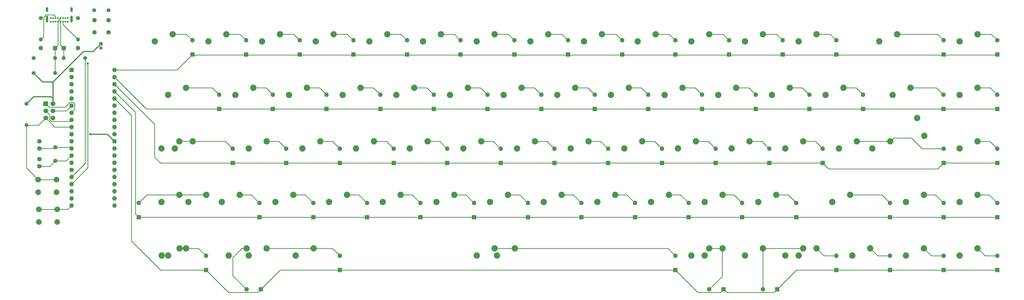
<source format=gbl>
%TF.GenerationSoftware,KiCad,Pcbnew,(5.1.8-0-10_14)*%
%TF.CreationDate,2020-12-18T20:02:30+00:00*%
%TF.ProjectId,Draytronics Jade,44726179-7472-46f6-9e69-6373204a6164,rev?*%
%TF.SameCoordinates,Original*%
%TF.FileFunction,Copper,L2,Bot*%
%TF.FilePolarity,Positive*%
%FSLAX46Y46*%
G04 Gerber Fmt 4.6, Leading zero omitted, Abs format (unit mm)*
G04 Created by KiCad (PCBNEW (5.1.8-0-10_14)) date 2020-12-18 20:02:30*
%MOMM*%
%LPD*%
G01*
G04 APERTURE LIST*
%TA.AperFunction,ComponentPad*%
%ADD10C,2.250000*%
%TD*%
%TA.AperFunction,ComponentPad*%
%ADD11C,1.500000*%
%TD*%
%TA.AperFunction,ComponentPad*%
%ADD12C,0.650000*%
%TD*%
%TA.AperFunction,ComponentPad*%
%ADD13O,0.900000X2.400000*%
%TD*%
%TA.AperFunction,ComponentPad*%
%ADD14O,0.900000X1.700000*%
%TD*%
%TA.AperFunction,ComponentPad*%
%ADD15O,1.600000X1.600000*%
%TD*%
%TA.AperFunction,ComponentPad*%
%ADD16R,1.600000X1.600000*%
%TD*%
%TA.AperFunction,ComponentPad*%
%ADD17C,2.000000*%
%TD*%
%TA.AperFunction,ComponentPad*%
%ADD18O,1.400000X1.400000*%
%TD*%
%TA.AperFunction,ComponentPad*%
%ADD19C,1.400000*%
%TD*%
%TA.AperFunction,ComponentPad*%
%ADD20C,1.700000*%
%TD*%
%TA.AperFunction,ComponentPad*%
%ADD21C,1.600000*%
%TD*%
%TA.AperFunction,ComponentPad*%
%ADD22C,1.200000*%
%TD*%
%TA.AperFunction,ComponentPad*%
%ADD23R,1.200000X1.200000*%
%TD*%
%TA.AperFunction,ViaPad*%
%ADD24C,0.800000*%
%TD*%
%TA.AperFunction,Conductor*%
%ADD25C,0.250000*%
%TD*%
%TA.AperFunction,Conductor*%
%ADD26C,0.381000*%
%TD*%
G04 APERTURE END LIST*
D10*
%TO.P,MX68,2*%
%TO.N,Net-(D62-Pad2)*%
X339344000Y-31115000D03*
%TO.P,MX68,1*%
%TO.N,col13*%
X332994000Y-33655000D03*
%TD*%
%TO.P,MX13,2*%
%TO.N,Net-(D12-Pad2)*%
X108394500Y-107315000D03*
%TO.P,MX13,1*%
%TO.N,col1*%
X102044500Y-109855000D03*
%TD*%
D11*
%TO.P,Y1,2*%
%TO.N,Net-(C1-Pad1)*%
X40513000Y-71320000D03*
%TO.P,Y1,1*%
%TO.N,Net-(C2-Pad1)*%
X40513000Y-76200000D03*
%TD*%
D12*
%TO.P,USB1,A5*%
%TO.N,Net-(R2-Pad2)*%
X43185000Y-26674000D03*
%TO.P,USB1,A1*%
%TO.N,GND*%
X44885000Y-26674000D03*
%TO.P,USB1,A4*%
%TO.N,VCC*%
X44035000Y-26674000D03*
%TO.P,USB1,A6*%
%TO.N,Net-(D1-Pad1)*%
X42335000Y-26674000D03*
%TO.P,USB1,A7*%
%TO.N,Net-(D2-Pad1)*%
X41485000Y-26674000D03*
%TO.P,USB1,A8*%
%TO.N,Net-(USB1-PadA8)*%
X40635000Y-26674000D03*
%TO.P,USB1,A9*%
%TO.N,VCC*%
X39785000Y-26674000D03*
%TO.P,USB1,A12*%
%TO.N,GND*%
X38935000Y-26674000D03*
%TO.P,USB1,B12*%
X44885000Y-25349000D03*
%TO.P,USB1,B9*%
%TO.N,VCC*%
X44030000Y-25349000D03*
%TO.P,USB1,B8*%
%TO.N,Net-(USB1-PadB8)*%
X43180000Y-25349000D03*
%TO.P,USB1,B7*%
%TO.N,Net-(D2-Pad1)*%
X42330000Y-25349000D03*
%TO.P,USB1,B6*%
%TO.N,Net-(D1-Pad1)*%
X41480000Y-25349000D03*
%TO.P,USB1,B5*%
%TO.N,Net-(R3-Pad2)*%
X40630000Y-25349000D03*
%TO.P,USB1,B4*%
%TO.N,VCC*%
X39780000Y-25349000D03*
%TO.P,USB1,B1*%
%TO.N,GND*%
X38930000Y-25349000D03*
D13*
%TO.P,USB1,S1*%
X46235000Y-25694000D03*
X37585000Y-25694000D03*
D14*
X46235000Y-22314000D03*
X37585000Y-22314000D03*
%TD*%
D15*
%TO.P,U1,40*%
%TO.N,row0*%
X61468000Y-43815000D03*
%TO.P,U1,20*%
%TO.N,bload*%
X46228000Y-92075000D03*
%TO.P,U1,39*%
%TO.N,row1*%
X61468000Y-46355000D03*
%TO.P,U1,19*%
%TO.N,Net-(U1-Pad19)*%
X46228000Y-89535000D03*
%TO.P,U1,38*%
%TO.N,row2*%
X61468000Y-48895000D03*
%TO.P,U1,18*%
%TO.N,Net-(U1-Pad18)*%
X46228000Y-86995000D03*
%TO.P,U1,37*%
%TO.N,row3*%
X61468000Y-51435000D03*
%TO.P,U1,17*%
%TO.N,D-*%
X46228000Y-84455000D03*
%TO.P,U1,36*%
%TO.N,row4*%
X61468000Y-53975000D03*
%TO.P,U1,16*%
%TO.N,D+*%
X46228000Y-81915000D03*
%TO.P,U1,35*%
%TO.N,col0*%
X61468000Y-56515000D03*
%TO.P,U1,15*%
%TO.N,Net-(U1-Pad15)*%
X46228000Y-79375000D03*
%TO.P,U1,34*%
%TO.N,col1*%
X61468000Y-59055000D03*
%TO.P,U1,14*%
%TO.N,Net-(U1-Pad14)*%
X46228000Y-76835000D03*
%TO.P,U1,33*%
%TO.N,col2*%
X61468000Y-61595000D03*
%TO.P,U1,13*%
%TO.N,Net-(C2-Pad1)*%
X46228000Y-74295000D03*
%TO.P,U1,32*%
%TO.N,Net-(U1-Pad32)*%
X61468000Y-64135000D03*
%TO.P,U1,12*%
%TO.N,Net-(C1-Pad1)*%
X46228000Y-71755000D03*
%TO.P,U1,31*%
%TO.N,GND*%
X61468000Y-66675000D03*
%TO.P,U1,11*%
X46228000Y-69215000D03*
%TO.P,U1,30*%
%TO.N,+5V*%
X61468000Y-69215000D03*
%TO.P,U1,10*%
X46228000Y-66675000D03*
%TO.P,U1,29*%
%TO.N,col3*%
X61468000Y-71755000D03*
%TO.P,U1,9*%
%TO.N,reset*%
X46228000Y-64135000D03*
%TO.P,U1,28*%
%TO.N,col4*%
X61468000Y-74295000D03*
%TO.P,U1,8*%
%TO.N,sck*%
X46228000Y-61595000D03*
%TO.P,U1,27*%
%TO.N,col5*%
X61468000Y-76835000D03*
%TO.P,U1,7*%
%TO.N,miso*%
X46228000Y-59055000D03*
%TO.P,U1,26*%
%TO.N,col6*%
X61468000Y-79375000D03*
%TO.P,U1,6*%
%TO.N,mosi*%
X46228000Y-56515000D03*
%TO.P,U1,25*%
%TO.N,col7*%
X61468000Y-81915000D03*
%TO.P,U1,5*%
%TO.N,Net-(U1-Pad5)*%
X46228000Y-53975000D03*
%TO.P,U1,24*%
%TO.N,col8*%
X61468000Y-84455000D03*
%TO.P,U1,4*%
%TO.N,col14*%
X46228000Y-51435000D03*
%TO.P,U1,23*%
%TO.N,col9*%
X61468000Y-86995000D03*
%TO.P,U1,3*%
%TO.N,col13*%
X46228000Y-48895000D03*
%TO.P,U1,22*%
%TO.N,col10*%
X61468000Y-89535000D03*
%TO.P,U1,2*%
%TO.N,col12*%
X46228000Y-46355000D03*
%TO.P,U1,21*%
%TO.N,Net-(U1-Pad21)*%
X61468000Y-92075000D03*
D16*
%TO.P,U1,1*%
%TO.N,col11*%
X46228000Y-43815000D03*
%TD*%
D17*
%TO.P,Reset1,1*%
%TO.N,GND*%
X34394000Y-87376000D03*
%TO.P,Reset1,2*%
%TO.N,reset*%
X34394000Y-82876000D03*
%TO.P,Reset1,1*%
%TO.N,GND*%
X40894000Y-87376000D03*
%TO.P,Reset1,2*%
%TO.N,reset*%
X40894000Y-82876000D03*
%TD*%
D18*
%TO.P,R6,2*%
%TO.N,Net-(D2-Pad1)*%
X40386000Y-44958000D03*
D19*
%TO.P,R6,1*%
%TO.N,+5V*%
X32766000Y-44958000D03*
%TD*%
D18*
%TO.P,R5,2*%
%TO.N,Net-(D1-Pad1)*%
X43434000Y-39624000D03*
D19*
%TO.P,R5,1*%
%TO.N,D+*%
X51054000Y-39624000D03*
%TD*%
D18*
%TO.P,R4,2*%
%TO.N,Net-(D2-Pad1)*%
X40386000Y-39624000D03*
D19*
%TO.P,R4,1*%
%TO.N,D-*%
X32766000Y-39624000D03*
%TD*%
%TO.P,R3,1*%
%TO.N,GND*%
X35306000Y-25400000D03*
D18*
%TO.P,R3,2*%
%TO.N,Net-(R3-Pad2)*%
X35306000Y-33020000D03*
%TD*%
%TO.P,R2,2*%
%TO.N,Net-(R2-Pad2)*%
X48514000Y-33020000D03*
D19*
%TO.P,R2,1*%
%TO.N,GND*%
X48514000Y-25400000D03*
%TD*%
D18*
%TO.P,R1,2*%
%TO.N,reset*%
X30226000Y-63500000D03*
D19*
%TO.P,R1,1*%
%TO.N,+5V*%
X30226000Y-55880000D03*
%TD*%
D10*
%TO.P,MX78,1*%
%TO.N,col13*%
X346486500Y-60960000D03*
%TO.P,MX78,2*%
%TO.N,Net-(D63-Pad2)*%
X349026500Y-67310000D03*
%TD*%
%TO.P,MX77,2*%
%TO.N,Net-(D71-Pad2)*%
X367919000Y-107315000D03*
%TO.P,MX77,1*%
%TO.N,col14*%
X361569000Y-109855000D03*
%TD*%
%TO.P,MX76,2*%
%TO.N,Net-(D70-Pad2)*%
X367919000Y-88265000D03*
%TO.P,MX76,1*%
%TO.N,col14*%
X361569000Y-90805000D03*
%TD*%
%TO.P,MX75,2*%
%TO.N,Net-(D69-Pad2)*%
X367919000Y-69215000D03*
%TO.P,MX75,1*%
%TO.N,col14*%
X361569000Y-71755000D03*
%TD*%
%TO.P,MX74,2*%
%TO.N,Net-(D68-Pad2)*%
X367919000Y-50165000D03*
%TO.P,MX74,1*%
%TO.N,col14*%
X361569000Y-52705000D03*
%TD*%
%TO.P,MX73,2*%
%TO.N,Net-(D67-Pad2)*%
X367919000Y-31115000D03*
%TO.P,MX73,1*%
%TO.N,col14*%
X361569000Y-33655000D03*
%TD*%
%TO.P,MX72,2*%
%TO.N,Net-(D66-Pad2)*%
X348869000Y-107315000D03*
%TO.P,MX72,1*%
%TO.N,col13*%
X342519000Y-109855000D03*
%TD*%
%TO.P,MX71,2*%
%TO.N,Net-(D65-Pad2)*%
X348869000Y-88265000D03*
%TO.P,MX71,1*%
%TO.N,col13*%
X342519000Y-90805000D03*
%TD*%
%TO.P,MX70,2*%
%TO.N,Net-(D64-Pad2)*%
X325056500Y-69215000D03*
%TO.P,MX70,1*%
%TO.N,col13*%
X318706500Y-71755000D03*
%TD*%
%TO.P,MX69,2*%
%TO.N,Net-(D63-Pad2)*%
X344106500Y-50165000D03*
%TO.P,MX69,1*%
%TO.N,col13*%
X337756500Y-52705000D03*
%TD*%
%TO.P,MX67,2*%
%TO.N,Net-(D61-Pad2)*%
X329819000Y-107315000D03*
%TO.P,MX67,1*%
%TO.N,col12*%
X323469000Y-109855000D03*
%TD*%
%TO.P,MX66,2*%
%TO.N,Net-(D60-Pad2)*%
X322675300Y-88265000D03*
%TO.P,MX66,1*%
%TO.N,col12*%
X316325300Y-90805000D03*
%TD*%
%TO.P,MX65,2*%
%TO.N,Net-(D64-Pad2)*%
X336964000Y-69215000D03*
%TO.P,MX65,1*%
%TO.N,col13*%
X330614000Y-71755000D03*
%TD*%
%TO.P,MX64,2*%
%TO.N,Net-(D59-Pad2)*%
X320294000Y-50165000D03*
%TO.P,MX64,1*%
%TO.N,col12*%
X313944000Y-52705000D03*
%TD*%
%TO.P,MX63,2*%
%TO.N,Net-(D58-Pad2)*%
X310769000Y-31115000D03*
%TO.P,MX63,1*%
%TO.N,col12*%
X304419000Y-33655000D03*
%TD*%
%TO.P,MX62,2*%
%TO.N,Net-(D57-Pad2)*%
X310769000Y-107315000D03*
%TO.P,MX62,1*%
%TO.N,col11*%
X304419000Y-109855000D03*
%TD*%
%TO.P,MX61,2*%
%TO.N,Net-(D56-Pad2)*%
X296481500Y-88265000D03*
%TO.P,MX61,1*%
%TO.N,col11*%
X290131500Y-90805000D03*
%TD*%
%TO.P,MX60,2*%
%TO.N,Net-(D55-Pad2)*%
X306006500Y-69215000D03*
%TO.P,MX60,1*%
%TO.N,col11*%
X299656500Y-71755000D03*
%TD*%
%TO.P,MX59,2*%
%TO.N,Net-(D54-Pad2)*%
X301244000Y-50165000D03*
%TO.P,MX59,1*%
%TO.N,col11*%
X294894000Y-52705000D03*
%TD*%
%TO.P,MX58,2*%
%TO.N,Net-(D53-Pad2)*%
X291719000Y-31115000D03*
%TO.P,MX58,1*%
%TO.N,col11*%
X285369000Y-33655000D03*
%TD*%
%TO.P,MX57,2*%
%TO.N,Net-(D52-Pad2)*%
X306006500Y-107315000D03*
%TO.P,MX57,1*%
%TO.N,col10*%
X299656500Y-109855000D03*
%TD*%
%TO.P,MX56,2*%
%TO.N,Net-(D52-Pad2)*%
X291719000Y-107315000D03*
%TO.P,MX56,1*%
%TO.N,col10*%
X285369000Y-109855000D03*
%TD*%
%TO.P,MX55,2*%
%TO.N,Net-(D51-Pad2)*%
X277431500Y-88265000D03*
%TO.P,MX55,1*%
%TO.N,col10*%
X271081500Y-90805000D03*
%TD*%
%TO.P,MX54,2*%
%TO.N,Net-(D50-Pad2)*%
X286956500Y-69215000D03*
%TO.P,MX54,1*%
%TO.N,col10*%
X280606500Y-71755000D03*
%TD*%
%TO.P,MX53,2*%
%TO.N,Net-(D49-Pad2)*%
X282194000Y-50165000D03*
%TO.P,MX53,1*%
%TO.N,col10*%
X275844000Y-52705000D03*
%TD*%
%TO.P,MX52,2*%
%TO.N,Net-(D48-Pad2)*%
X272669000Y-31115000D03*
%TO.P,MX52,1*%
%TO.N,col10*%
X266319000Y-33655000D03*
%TD*%
%TO.P,MX51,2*%
%TO.N,Net-(D47-Pad2)*%
X277431500Y-107315000D03*
%TO.P,MX51,1*%
%TO.N,col9*%
X271081500Y-109855000D03*
%TD*%
%TO.P,MX50,2*%
%TO.N,Net-(D47-Pad2)*%
X272669000Y-107315000D03*
%TO.P,MX50,1*%
%TO.N,col9*%
X266319000Y-109855000D03*
%TD*%
%TO.P,MX49,2*%
%TO.N,Net-(D46-Pad2)*%
X258381500Y-88265000D03*
%TO.P,MX49,1*%
%TO.N,col9*%
X252031500Y-90805000D03*
%TD*%
%TO.P,MX48,2*%
%TO.N,Net-(D45-Pad2)*%
X267906500Y-69215000D03*
%TO.P,MX48,1*%
%TO.N,col9*%
X261556500Y-71755000D03*
%TD*%
%TO.P,MX47,2*%
%TO.N,Net-(D44-Pad2)*%
X263144000Y-50165000D03*
%TO.P,MX47,1*%
%TO.N,col9*%
X256794000Y-52705000D03*
%TD*%
%TO.P,MX46,2*%
%TO.N,Net-(D43-Pad2)*%
X253619000Y-31115000D03*
%TO.P,MX46,1*%
%TO.N,col9*%
X247269000Y-33655000D03*
%TD*%
%TO.P,MX45,2*%
%TO.N,Net-(D42-Pad2)*%
X239331500Y-88265000D03*
%TO.P,MX45,1*%
%TO.N,col8*%
X232981500Y-90805000D03*
%TD*%
%TO.P,MX44,2*%
%TO.N,Net-(D41-Pad2)*%
X248856500Y-69215000D03*
%TO.P,MX44,1*%
%TO.N,col8*%
X242506500Y-71755000D03*
%TD*%
%TO.P,MX43,2*%
%TO.N,Net-(D40-Pad2)*%
X244094000Y-50165000D03*
%TO.P,MX43,1*%
%TO.N,col8*%
X237744000Y-52705000D03*
%TD*%
%TO.P,MX42,2*%
%TO.N,Net-(D39-Pad2)*%
X234569000Y-31115000D03*
%TO.P,MX42,1*%
%TO.N,col8*%
X228219000Y-33655000D03*
%TD*%
%TO.P,MX41,2*%
%TO.N,Net-(D38-Pad2)*%
X220281500Y-88265000D03*
%TO.P,MX41,1*%
%TO.N,col7*%
X213931500Y-90805000D03*
%TD*%
%TO.P,MX40,2*%
%TO.N,Net-(D37-Pad2)*%
X229806500Y-69215000D03*
%TO.P,MX40,1*%
%TO.N,col7*%
X223456500Y-71755000D03*
%TD*%
%TO.P,MX39,2*%
%TO.N,Net-(D36-Pad2)*%
X225044000Y-50165000D03*
%TO.P,MX39,1*%
%TO.N,col7*%
X218694000Y-52705000D03*
%TD*%
%TO.P,MX38,2*%
%TO.N,Net-(D35-Pad2)*%
X215519000Y-31115000D03*
%TO.P,MX38,1*%
%TO.N,col7*%
X209169000Y-33655000D03*
%TD*%
%TO.P,MX37,2*%
%TO.N,Net-(D34-Pad2)*%
X201231500Y-88265000D03*
%TO.P,MX37,1*%
%TO.N,col6*%
X194881500Y-90805000D03*
%TD*%
%TO.P,MX36,2*%
%TO.N,Net-(D33-Pad2)*%
X210756500Y-69215000D03*
%TO.P,MX36,1*%
%TO.N,col6*%
X204406500Y-71755000D03*
%TD*%
%TO.P,MX35,2*%
%TO.N,Net-(D32-Pad2)*%
X205994000Y-50165000D03*
%TO.P,MX35,1*%
%TO.N,col6*%
X199644000Y-52705000D03*
%TD*%
%TO.P,MX34,2*%
%TO.N,Net-(D31-Pad2)*%
X196469000Y-31115000D03*
%TO.P,MX34,1*%
%TO.N,col6*%
X190119000Y-33655000D03*
%TD*%
%TO.P,MX33,2*%
%TO.N,Net-(D30-Pad2)*%
X196469000Y-107315000D03*
%TO.P,MX33,1*%
%TO.N,col5*%
X190119000Y-109855000D03*
%TD*%
%TO.P,MX32,2*%
%TO.N,Net-(D30-Pad2)*%
X203644500Y-107315000D03*
%TO.P,MX32,1*%
%TO.N,col5*%
X197294500Y-109855000D03*
%TD*%
%TO.P,MX31,2*%
%TO.N,Net-(D29-Pad2)*%
X182181500Y-88265000D03*
%TO.P,MX31,1*%
%TO.N,col5*%
X175831500Y-90805000D03*
%TD*%
%TO.P,MX30,2*%
%TO.N,Net-(D28-Pad2)*%
X191706500Y-69215000D03*
%TO.P,MX30,1*%
%TO.N,col5*%
X185356500Y-71755000D03*
%TD*%
%TO.P,MX29,2*%
%TO.N,Net-(D27-Pad2)*%
X186944000Y-50165000D03*
%TO.P,MX29,1*%
%TO.N,col5*%
X180594000Y-52705000D03*
%TD*%
%TO.P,MX28,2*%
%TO.N,Net-(D26-Pad2)*%
X177419000Y-31115000D03*
%TO.P,MX28,1*%
%TO.N,col5*%
X171069000Y-33655000D03*
%TD*%
%TO.P,MX27,2*%
%TO.N,Net-(D25-Pad2)*%
X163131500Y-88265000D03*
%TO.P,MX27,1*%
%TO.N,col4*%
X156781500Y-90805000D03*
%TD*%
%TO.P,MX26,2*%
%TO.N,Net-(D24-Pad2)*%
X172656500Y-69215000D03*
%TO.P,MX26,1*%
%TO.N,col4*%
X166306500Y-71755000D03*
%TD*%
%TO.P,MX25,2*%
%TO.N,Net-(D23-Pad2)*%
X167894000Y-50165000D03*
%TO.P,MX25,1*%
%TO.N,col4*%
X161544000Y-52705000D03*
%TD*%
%TO.P,MX24,2*%
%TO.N,Net-(D22-Pad2)*%
X158369000Y-31115000D03*
%TO.P,MX24,1*%
%TO.N,col4*%
X152019000Y-33655000D03*
%TD*%
%TO.P,MX23,2*%
%TO.N,Net-(D21-Pad2)*%
X144081500Y-88265000D03*
%TO.P,MX23,1*%
%TO.N,col3*%
X137731500Y-90805000D03*
%TD*%
%TO.P,MX22,2*%
%TO.N,Net-(D20-Pad2)*%
X153606500Y-69215000D03*
%TO.P,MX22,1*%
%TO.N,col3*%
X147256500Y-71755000D03*
%TD*%
%TO.P,MX21,2*%
%TO.N,Net-(D19-Pad2)*%
X148844000Y-50165000D03*
%TO.P,MX21,1*%
%TO.N,col3*%
X142494000Y-52705000D03*
%TD*%
%TO.P,MX20,2*%
%TO.N,Net-(D18-Pad2)*%
X139319000Y-31115000D03*
%TO.P,MX20,1*%
%TO.N,col3*%
X132969000Y-33655000D03*
%TD*%
%TO.P,MX19,2*%
%TO.N,Net-(D17-Pad2)*%
X115506500Y-107315000D03*
%TO.P,MX19,1*%
%TO.N,col2*%
X109156500Y-109855000D03*
%TD*%
%TO.P,MX18,2*%
%TO.N,Net-(D17-Pad2)*%
X132207000Y-107315000D03*
%TO.P,MX18,1*%
%TO.N,col2*%
X125857000Y-109855000D03*
%TD*%
%TO.P,MX17,2*%
%TO.N,Net-(D16-Pad2)*%
X125031500Y-88265000D03*
%TO.P,MX17,1*%
%TO.N,col2*%
X118681500Y-90805000D03*
%TD*%
%TO.P,MX16,2*%
%TO.N,Net-(D15-Pad2)*%
X134556500Y-69215000D03*
%TO.P,MX16,1*%
%TO.N,col2*%
X128206500Y-71755000D03*
%TD*%
%TO.P,MX15,2*%
%TO.N,Net-(D14-Pad2)*%
X129794000Y-50165000D03*
%TO.P,MX15,1*%
%TO.N,col2*%
X123444000Y-52705000D03*
%TD*%
%TO.P,MX14,2*%
%TO.N,Net-(D13-Pad2)*%
X120269000Y-31115000D03*
%TO.P,MX14,1*%
%TO.N,col2*%
X113919000Y-33655000D03*
%TD*%
%TO.P,MX12,2*%
%TO.N,Net-(D11-Pad2)*%
X105981500Y-88265000D03*
%TO.P,MX12,1*%
%TO.N,col1*%
X99631500Y-90805000D03*
%TD*%
%TO.P,MX11,2*%
%TO.N,Net-(D10-Pad2)*%
X115506500Y-69215000D03*
%TO.P,MX11,1*%
%TO.N,col1*%
X109156500Y-71755000D03*
%TD*%
%TO.P,MX10,2*%
%TO.N,Net-(D9-Pad2)*%
X110744000Y-50165000D03*
%TO.P,MX10,1*%
%TO.N,col1*%
X104394000Y-52705000D03*
%TD*%
%TO.P,MX9,2*%
%TO.N,Net-(D8-Pad2)*%
X101219000Y-31115000D03*
%TO.P,MX9,1*%
%TO.N,col1*%
X94869000Y-33655000D03*
%TD*%
%TO.P,MX8,2*%
%TO.N,Net-(D7-Pad2)*%
X86931500Y-107315000D03*
%TO.P,MX8,1*%
%TO.N,col0*%
X80581500Y-109855000D03*
%TD*%
%TO.P,MX7,2*%
%TO.N,Net-(D7-Pad2)*%
X84582000Y-107315000D03*
%TO.P,MX7,1*%
%TO.N,col0*%
X78232000Y-109855000D03*
%TD*%
%TO.P,MX6,2*%
%TO.N,Net-(D6-Pad2)*%
X94075300Y-88265000D03*
%TO.P,MX6,1*%
%TO.N,col0*%
X87725300Y-90805000D03*
%TD*%
%TO.P,MX5,2*%
%TO.N,Net-(D5-Pad2)*%
X89313800Y-69215000D03*
%TO.P,MX5,1*%
%TO.N,col0*%
X82963800Y-71755000D03*
%TD*%
%TO.P,MX4,2*%
%TO.N,Net-(D4-Pad2)*%
X86931500Y-50165000D03*
%TO.P,MX4,1*%
%TO.N,col0*%
X80581500Y-52705000D03*
%TD*%
%TO.P,MX3,2*%
%TO.N,Net-(D3-Pad2)*%
X82169000Y-31115000D03*
%TO.P,MX3,1*%
%TO.N,col0*%
X75819000Y-33655000D03*
%TD*%
%TO.P,MX2,2*%
%TO.N,Net-(D6-Pad2)*%
X84550300Y-88265000D03*
%TO.P,MX2,1*%
%TO.N,col0*%
X78200300Y-90805000D03*
%TD*%
%TO.P,MX1,2*%
%TO.N,Net-(D5-Pad2)*%
X84551000Y-69215000D03*
%TO.P,MX1,1*%
%TO.N,col0*%
X78201000Y-71755000D03*
%TD*%
D20*
%TO.P,J1-ISP1,6*%
%TO.N,GND*%
X39624000Y-60960000D03*
%TO.P,J1-ISP1,4*%
%TO.N,mosi*%
X39624000Y-58420000D03*
%TO.P,J1-ISP1,2*%
%TO.N,+5V*%
X39624000Y-55880000D03*
%TO.P,J1-ISP1,5*%
%TO.N,reset*%
X37084000Y-60960000D03*
%TO.P,J1-ISP1,3*%
%TO.N,sck*%
X37084000Y-58420000D03*
%TO.P,J1-ISP1,1*%
%TO.N,miso*%
%TA.AperFunction,ComponentPad*%
G36*
G01*
X36234000Y-56480000D02*
X36234000Y-55280000D01*
G75*
G02*
X36484000Y-55030000I250000J0D01*
G01*
X37684000Y-55030000D01*
G75*
G02*
X37934000Y-55280000I0J-250000D01*
G01*
X37934000Y-56480000D01*
G75*
G02*
X37684000Y-56730000I-250000J0D01*
G01*
X36484000Y-56730000D01*
G75*
G02*
X36234000Y-56480000I0J250000D01*
G01*
G37*
%TD.AperFunction*%
%TD*%
D19*
%TO.P,F1,1*%
%TO.N,+5V*%
X59382500Y-22606000D03*
%TO.P,F1,2*%
%TO.N,VCC*%
X54282500Y-22606000D03*
%TD*%
D15*
%TO.P,D71,2*%
%TO.N,Net-(D71-Pad2)*%
X374967500Y-109982000D03*
D16*
%TO.P,D71,1*%
%TO.N,row4*%
X374967500Y-115062000D03*
%TD*%
D15*
%TO.P,D70,2*%
%TO.N,Net-(D70-Pad2)*%
X374904000Y-91186000D03*
D16*
%TO.P,D70,1*%
%TO.N,row3*%
X374904000Y-96266000D03*
%TD*%
D15*
%TO.P,D69,2*%
%TO.N,Net-(D69-Pad2)*%
X374967500Y-71882000D03*
D16*
%TO.P,D69,1*%
%TO.N,row2*%
X374967500Y-76962000D03*
%TD*%
D15*
%TO.P,D68,2*%
%TO.N,Net-(D68-Pad2)*%
X374904000Y-52641500D03*
D16*
%TO.P,D68,1*%
%TO.N,row1*%
X374904000Y-57721500D03*
%TD*%
D15*
%TO.P,D67,2*%
%TO.N,Net-(D67-Pad2)*%
X374904000Y-33274000D03*
D16*
%TO.P,D67,1*%
%TO.N,row0*%
X374904000Y-38354000D03*
%TD*%
D15*
%TO.P,D66,2*%
%TO.N,Net-(D66-Pad2)*%
X355917500Y-109982000D03*
D16*
%TO.P,D66,1*%
%TO.N,row4*%
X355917500Y-115062000D03*
%TD*%
D15*
%TO.P,D65,2*%
%TO.N,Net-(D65-Pad2)*%
X355854000Y-91186000D03*
D16*
%TO.P,D65,1*%
%TO.N,row3*%
X355854000Y-96266000D03*
%TD*%
D15*
%TO.P,D64,2*%
%TO.N,Net-(D64-Pad2)*%
X355854000Y-71882000D03*
D16*
%TO.P,D64,1*%
%TO.N,row2*%
X355854000Y-76962000D03*
%TD*%
D15*
%TO.P,D63,2*%
%TO.N,Net-(D63-Pad2)*%
X355790500Y-52641500D03*
D16*
%TO.P,D63,1*%
%TO.N,row1*%
X355790500Y-57721500D03*
%TD*%
D15*
%TO.P,D62,2*%
%TO.N,Net-(D62-Pad2)*%
X355854000Y-33274000D03*
D16*
%TO.P,D62,1*%
%TO.N,row0*%
X355854000Y-38354000D03*
%TD*%
D15*
%TO.P,D61,2*%
%TO.N,Net-(D61-Pad2)*%
X336804000Y-109982000D03*
D16*
%TO.P,D61,1*%
%TO.N,row4*%
X336804000Y-115062000D03*
%TD*%
D15*
%TO.P,D60,2*%
%TO.N,Net-(D60-Pad2)*%
X336867500Y-91186000D03*
D16*
%TO.P,D60,1*%
%TO.N,row3*%
X336867500Y-96266000D03*
%TD*%
D15*
%TO.P,D59,2*%
%TO.N,Net-(D59-Pad2)*%
X327279000Y-52641500D03*
D16*
%TO.P,D59,1*%
%TO.N,row1*%
X327279000Y-57721500D03*
%TD*%
D15*
%TO.P,D58,2*%
%TO.N,Net-(D58-Pad2)*%
X317754000Y-33274000D03*
D16*
%TO.P,D58,1*%
%TO.N,row0*%
X317754000Y-38354000D03*
%TD*%
D15*
%TO.P,D57,2*%
%TO.N,Net-(D57-Pad2)*%
X317754000Y-109982000D03*
D16*
%TO.P,D57,1*%
%TO.N,row4*%
X317754000Y-115062000D03*
%TD*%
D15*
%TO.P,D56,2*%
%TO.N,Net-(D56-Pad2)*%
X303593500Y-91186000D03*
D16*
%TO.P,D56,1*%
%TO.N,row3*%
X303593500Y-96266000D03*
%TD*%
D15*
%TO.P,D55,2*%
%TO.N,Net-(D55-Pad2)*%
X312991500Y-71882000D03*
D16*
%TO.P,D55,1*%
%TO.N,row2*%
X312991500Y-76962000D03*
%TD*%
D15*
%TO.P,D54,2*%
%TO.N,Net-(D54-Pad2)*%
X308229000Y-52641500D03*
D16*
%TO.P,D54,1*%
%TO.N,row1*%
X308229000Y-57721500D03*
%TD*%
D15*
%TO.P,D53,2*%
%TO.N,Net-(D53-Pad2)*%
X298704000Y-33274000D03*
D16*
%TO.P,D53,1*%
%TO.N,row0*%
X298704000Y-38354000D03*
%TD*%
D15*
%TO.P,D52,2*%
%TO.N,Net-(D52-Pad2)*%
X291719000Y-121920000D03*
D16*
%TO.P,D52,1*%
%TO.N,row4*%
X296799000Y-121920000D03*
%TD*%
D15*
%TO.P,D51,2*%
%TO.N,Net-(D51-Pad2)*%
X284353000Y-91186000D03*
D16*
%TO.P,D51,1*%
%TO.N,row3*%
X284353000Y-96266000D03*
%TD*%
D15*
%TO.P,D50,2*%
%TO.N,Net-(D50-Pad2)*%
X294005000Y-71882000D03*
D16*
%TO.P,D50,1*%
%TO.N,row2*%
X294005000Y-76962000D03*
%TD*%
D15*
%TO.P,D49,2*%
%TO.N,Net-(D49-Pad2)*%
X289179000Y-52641500D03*
D16*
%TO.P,D49,1*%
%TO.N,row1*%
X289179000Y-57721500D03*
%TD*%
D15*
%TO.P,D48,2*%
%TO.N,Net-(D48-Pad2)*%
X279654000Y-33274000D03*
D16*
%TO.P,D48,1*%
%TO.N,row0*%
X279654000Y-38354000D03*
%TD*%
D15*
%TO.P,D47,2*%
%TO.N,Net-(D47-Pad2)*%
X272669000Y-121920000D03*
D16*
%TO.P,D47,1*%
%TO.N,row4*%
X277749000Y-121920000D03*
%TD*%
D15*
%TO.P,D46,2*%
%TO.N,Net-(D46-Pad2)*%
X265366500Y-91186000D03*
D16*
%TO.P,D46,1*%
%TO.N,row3*%
X265366500Y-96266000D03*
%TD*%
D15*
%TO.P,D45,2*%
%TO.N,Net-(D45-Pad2)*%
X274955000Y-71882000D03*
D16*
%TO.P,D45,1*%
%TO.N,row2*%
X274955000Y-76962000D03*
%TD*%
D15*
%TO.P,D44,2*%
%TO.N,Net-(D44-Pad2)*%
X270129000Y-52641500D03*
D16*
%TO.P,D44,1*%
%TO.N,row1*%
X270129000Y-57721500D03*
%TD*%
D15*
%TO.P,D43,2*%
%TO.N,Net-(D43-Pad2)*%
X260604000Y-33274000D03*
D16*
%TO.P,D43,1*%
%TO.N,row0*%
X260604000Y-38354000D03*
%TD*%
D15*
%TO.P,D42,2*%
%TO.N,Net-(D42-Pad2)*%
X246316500Y-91186000D03*
D16*
%TO.P,D42,1*%
%TO.N,row3*%
X246316500Y-96266000D03*
%TD*%
D15*
%TO.P,D41,2*%
%TO.N,Net-(D41-Pad2)*%
X255905000Y-71882000D03*
D16*
%TO.P,D41,1*%
%TO.N,row2*%
X255905000Y-76962000D03*
%TD*%
D15*
%TO.P,D40,2*%
%TO.N,Net-(D40-Pad2)*%
X251015500Y-52641500D03*
D16*
%TO.P,D40,1*%
%TO.N,row1*%
X251015500Y-57721500D03*
%TD*%
D15*
%TO.P,D39,2*%
%TO.N,Net-(D39-Pad2)*%
X241744500Y-33274000D03*
D16*
%TO.P,D39,1*%
%TO.N,row0*%
X241744500Y-38354000D03*
%TD*%
D15*
%TO.P,D38,2*%
%TO.N,Net-(D38-Pad2)*%
X227266500Y-91186000D03*
D16*
%TO.P,D38,1*%
%TO.N,row3*%
X227266500Y-96266000D03*
%TD*%
D15*
%TO.P,D37,2*%
%TO.N,Net-(D37-Pad2)*%
X236728000Y-71882000D03*
D16*
%TO.P,D37,1*%
%TO.N,row2*%
X236728000Y-76962000D03*
%TD*%
D15*
%TO.P,D36,2*%
%TO.N,Net-(D36-Pad2)*%
X232029000Y-52641500D03*
D16*
%TO.P,D36,1*%
%TO.N,row1*%
X232029000Y-57721500D03*
%TD*%
D15*
%TO.P,D35,2*%
%TO.N,Net-(D35-Pad2)*%
X222504000Y-33274000D03*
D16*
%TO.P,D35,1*%
%TO.N,row0*%
X222504000Y-38354000D03*
%TD*%
D15*
%TO.P,D34,2*%
%TO.N,Net-(D34-Pad2)*%
X208280000Y-91186000D03*
D16*
%TO.P,D34,1*%
%TO.N,row3*%
X208280000Y-96266000D03*
%TD*%
D15*
%TO.P,D33,2*%
%TO.N,Net-(D33-Pad2)*%
X217741500Y-71882000D03*
D16*
%TO.P,D33,1*%
%TO.N,row2*%
X217741500Y-76962000D03*
%TD*%
D15*
%TO.P,D32,2*%
%TO.N,Net-(D32-Pad2)*%
X213042500Y-52641500D03*
D16*
%TO.P,D32,1*%
%TO.N,row1*%
X213042500Y-57721500D03*
%TD*%
D15*
%TO.P,D31,2*%
%TO.N,Net-(D31-Pad2)*%
X203454000Y-33274000D03*
D16*
%TO.P,D31,1*%
%TO.N,row0*%
X203454000Y-38354000D03*
%TD*%
D15*
%TO.P,D30,2*%
%TO.N,Net-(D30-Pad2)*%
X260604000Y-109982000D03*
D16*
%TO.P,D30,1*%
%TO.N,row4*%
X260604000Y-115062000D03*
%TD*%
D15*
%TO.P,D29,2*%
%TO.N,Net-(D29-Pad2)*%
X189166500Y-91186000D03*
D16*
%TO.P,D29,1*%
%TO.N,row3*%
X189166500Y-96266000D03*
%TD*%
D15*
%TO.P,D28,2*%
%TO.N,Net-(D28-Pad2)*%
X198628000Y-71882000D03*
D16*
%TO.P,D28,1*%
%TO.N,row2*%
X198628000Y-76962000D03*
%TD*%
D15*
%TO.P,D27,2*%
%TO.N,Net-(D27-Pad2)*%
X193929000Y-52641500D03*
D16*
%TO.P,D27,1*%
%TO.N,row1*%
X193929000Y-57721500D03*
%TD*%
D15*
%TO.P,D26,2*%
%TO.N,Net-(D26-Pad2)*%
X184340500Y-33274000D03*
D16*
%TO.P,D26,1*%
%TO.N,row0*%
X184340500Y-38354000D03*
%TD*%
D15*
%TO.P,D25,2*%
%TO.N,Net-(D25-Pad2)*%
X170116500Y-91186000D03*
D16*
%TO.P,D25,1*%
%TO.N,row3*%
X170116500Y-96266000D03*
%TD*%
D15*
%TO.P,D24,2*%
%TO.N,Net-(D24-Pad2)*%
X179578000Y-71882000D03*
D16*
%TO.P,D24,1*%
%TO.N,row2*%
X179578000Y-76962000D03*
%TD*%
D15*
%TO.P,D23,2*%
%TO.N,Net-(D23-Pad2)*%
X174879000Y-52641500D03*
D16*
%TO.P,D23,1*%
%TO.N,row1*%
X174879000Y-57721500D03*
%TD*%
D15*
%TO.P,D22,2*%
%TO.N,Net-(D22-Pad2)*%
X165354000Y-33274000D03*
D16*
%TO.P,D22,1*%
%TO.N,row0*%
X165354000Y-38354000D03*
%TD*%
D15*
%TO.P,D21,2*%
%TO.N,Net-(D21-Pad2)*%
X151130000Y-91186000D03*
D16*
%TO.P,D21,1*%
%TO.N,row3*%
X151130000Y-96266000D03*
%TD*%
D15*
%TO.P,D20,2*%
%TO.N,Net-(D20-Pad2)*%
X160655000Y-71882000D03*
D16*
%TO.P,D20,1*%
%TO.N,row2*%
X160655000Y-76962000D03*
%TD*%
D15*
%TO.P,D19,2*%
%TO.N,Net-(D19-Pad2)*%
X155892500Y-52641500D03*
D16*
%TO.P,D19,1*%
%TO.N,row1*%
X155892500Y-57721500D03*
%TD*%
D15*
%TO.P,D18,2*%
%TO.N,Net-(D18-Pad2)*%
X146304000Y-33274000D03*
D16*
%TO.P,D18,1*%
%TO.N,row0*%
X146304000Y-38354000D03*
%TD*%
D15*
%TO.P,D17,2*%
%TO.N,Net-(D17-Pad2)*%
X141541500Y-109982000D03*
D16*
%TO.P,D17,1*%
%TO.N,row4*%
X141541500Y-115062000D03*
%TD*%
D15*
%TO.P,D16,2*%
%TO.N,Net-(D16-Pad2)*%
X132080000Y-91186000D03*
D16*
%TO.P,D16,1*%
%TO.N,row3*%
X132080000Y-96266000D03*
%TD*%
D15*
%TO.P,D15,2*%
%TO.N,Net-(D15-Pad2)*%
X141541500Y-71882000D03*
D16*
%TO.P,D15,1*%
%TO.N,row2*%
X141541500Y-76962000D03*
%TD*%
D15*
%TO.P,D14,2*%
%TO.N,Net-(D14-Pad2)*%
X136779000Y-52641500D03*
D16*
%TO.P,D14,1*%
%TO.N,row1*%
X136779000Y-57721500D03*
%TD*%
D15*
%TO.P,D13,2*%
%TO.N,Net-(D13-Pad2)*%
X127317500Y-33274000D03*
D16*
%TO.P,D13,1*%
%TO.N,row0*%
X127317500Y-38354000D03*
%TD*%
D15*
%TO.P,D12,2*%
%TO.N,Net-(D12-Pad2)*%
X108394500Y-121920000D03*
D16*
%TO.P,D12,1*%
%TO.N,row4*%
X113474500Y-121920000D03*
%TD*%
D15*
%TO.P,D11,2*%
%TO.N,Net-(D11-Pad2)*%
X112966500Y-91186000D03*
D16*
%TO.P,D11,1*%
%TO.N,row3*%
X112966500Y-96266000D03*
%TD*%
D15*
%TO.P,D10,2*%
%TO.N,Net-(D10-Pad2)*%
X122491500Y-71882000D03*
D16*
%TO.P,D10,1*%
%TO.N,row2*%
X122491500Y-76962000D03*
%TD*%
D15*
%TO.P,D9,2*%
%TO.N,Net-(D9-Pad2)*%
X117729000Y-52641500D03*
D16*
%TO.P,D9,1*%
%TO.N,row1*%
X117729000Y-57721500D03*
%TD*%
D15*
%TO.P,D8,2*%
%TO.N,Net-(D8-Pad2)*%
X108204000Y-33274000D03*
D16*
%TO.P,D8,1*%
%TO.N,row0*%
X108204000Y-38354000D03*
%TD*%
D15*
%TO.P,D7,2*%
%TO.N,Net-(D7-Pad2)*%
X93980000Y-109982000D03*
D16*
%TO.P,D7,1*%
%TO.N,row4*%
X93980000Y-115062000D03*
%TD*%
D15*
%TO.P,D6,2*%
%TO.N,Net-(D6-Pad2)*%
X70104000Y-91186000D03*
D16*
%TO.P,D6,1*%
%TO.N,row3*%
X70104000Y-96266000D03*
%TD*%
D15*
%TO.P,D5,2*%
%TO.N,Net-(D5-Pad2)*%
X103505000Y-71882000D03*
D16*
%TO.P,D5,1*%
%TO.N,row2*%
X103505000Y-76962000D03*
%TD*%
D15*
%TO.P,D4,2*%
%TO.N,Net-(D4-Pad2)*%
X98679000Y-52641500D03*
D16*
%TO.P,D4,1*%
%TO.N,row1*%
X98679000Y-57721500D03*
%TD*%
D15*
%TO.P,D3,2*%
%TO.N,Net-(D3-Pad2)*%
X89154000Y-33274000D03*
D16*
%TO.P,D3,1*%
%TO.N,row0*%
X89154000Y-38354000D03*
%TD*%
D15*
%TO.P,D2,2*%
%TO.N,GND*%
X35306000Y-36068000D03*
D16*
%TO.P,D2,1*%
%TO.N,Net-(D2-Pad1)*%
X40386000Y-36068000D03*
%TD*%
D15*
%TO.P,D1,2*%
%TO.N,GND*%
X48514000Y-36068000D03*
D16*
%TO.P,D1,1*%
%TO.N,Net-(D1-Pad1)*%
X43434000Y-36068000D03*
%TD*%
D21*
%TO.P,C5,2*%
%TO.N,GND*%
X59356000Y-26162000D03*
%TO.P,C5,1*%
%TO.N,+5V*%
X54356000Y-26162000D03*
%TD*%
%TO.P,C4,2*%
%TO.N,GND*%
X59356000Y-30480000D03*
%TO.P,C4,1*%
%TO.N,+5V*%
X54356000Y-30480000D03*
%TD*%
D22*
%TO.P,C3,2*%
%TO.N,GND*%
X56642000Y-36044000D03*
D23*
%TO.P,C3,1*%
%TO.N,+5V*%
X56642000Y-34544000D03*
%TD*%
D21*
%TO.P,C2,2*%
%TO.N,GND*%
X34798000Y-75605000D03*
%TO.P,C2,1*%
%TO.N,Net-(C2-Pad1)*%
X34798000Y-78105000D03*
%TD*%
%TO.P,C1,2*%
%TO.N,GND*%
X34798000Y-69255000D03*
%TO.P,C1,1*%
%TO.N,Net-(C1-Pad1)*%
X34798000Y-71755000D03*
%TD*%
D17*
%TO.P,Boot1,1*%
%TO.N,GND*%
X34648000Y-97972000D03*
%TO.P,Boot1,2*%
%TO.N,bload*%
X34648000Y-93472000D03*
%TO.P,Boot1,1*%
%TO.N,GND*%
X41148000Y-97972000D03*
%TO.P,Boot1,2*%
%TO.N,bload*%
X41148000Y-93472000D03*
%TD*%
D24*
%TO.N,+5V*%
X52895500Y-66675000D03*
%TO.N,D-*%
X52006500Y-41529000D03*
%TD*%
D25*
%TO.N,bload*%
X34648000Y-93472000D02*
X41148000Y-93472000D01*
X44831000Y-93472000D02*
X46228000Y-92075000D01*
X41148000Y-93472000D02*
X44831000Y-93472000D01*
%TO.N,Net-(C1-Pad1)*%
X40078000Y-71755000D02*
X40513000Y-71320000D01*
X34798000Y-71755000D02*
X40078000Y-71755000D01*
X45793000Y-71320000D02*
X46228000Y-71755000D01*
X40513000Y-71320000D02*
X45793000Y-71320000D01*
%TO.N,Net-(C2-Pad1)*%
X38608000Y-78105000D02*
X40513000Y-76200000D01*
X34798000Y-78105000D02*
X38608000Y-78105000D01*
X44323000Y-76200000D02*
X46228000Y-74295000D01*
X40513000Y-76200000D02*
X44323000Y-76200000D01*
D26*
%TO.N,+5V*%
X39624000Y-55880000D02*
X39624000Y-54038500D01*
X39624000Y-54038500D02*
X38925500Y-53340000D01*
X32766000Y-53340000D02*
X30226000Y-55880000D01*
X38925500Y-53340000D02*
X32766000Y-53340000D01*
X39624000Y-48116098D02*
X39624000Y-55880000D01*
X53927499Y-37258501D02*
X50481597Y-37258501D01*
X56642000Y-34544000D02*
X53927499Y-37258501D01*
X58928000Y-66675000D02*
X61468000Y-69215000D01*
X52895500Y-66675000D02*
X58928000Y-66675000D01*
X50481597Y-37258501D02*
X39624000Y-48116098D01*
X35924098Y-48116098D02*
X32766000Y-44958000D01*
X39624000Y-48116098D02*
X35924098Y-48116098D01*
D25*
%TO.N,Net-(D1-Pad1)*%
X42335000Y-34969000D02*
X43434000Y-36068000D01*
X42335000Y-26674000D02*
X42335000Y-34969000D01*
X43434000Y-36068000D02*
X43434000Y-39624000D01*
%TO.N,Net-(D2-Pad1)*%
X41485000Y-26561998D02*
X41485000Y-26674000D01*
X42330000Y-25716998D02*
X41485000Y-26561998D01*
X42330000Y-25349000D02*
X42330000Y-25716998D01*
X41485000Y-34969000D02*
X40386000Y-36068000D01*
X41485000Y-26674000D02*
X41485000Y-34969000D01*
X40386000Y-39624000D02*
X40386000Y-44958000D01*
X40386000Y-36068000D02*
X40386000Y-39624000D01*
%TO.N,Net-(D3-Pad2)*%
X86995000Y-31115000D02*
X89154000Y-33274000D01*
X82169000Y-31115000D02*
X86995000Y-31115000D01*
%TO.N,row0*%
X83693000Y-43815000D02*
X89154000Y-38354000D01*
X61468000Y-43815000D02*
X83693000Y-43815000D01*
X108044099Y-38513901D02*
X108204000Y-38354000D01*
X89313901Y-38513901D02*
X108044099Y-38513901D01*
X89154000Y-38354000D02*
X89313901Y-38513901D01*
X127157599Y-38513901D02*
X127317500Y-38354000D01*
X108363901Y-38513901D02*
X127157599Y-38513901D01*
X108204000Y-38354000D02*
X108363901Y-38513901D01*
X165194099Y-38513901D02*
X165354000Y-38354000D01*
X146463901Y-38513901D02*
X165194099Y-38513901D01*
X146304000Y-38354000D02*
X146463901Y-38513901D01*
X184180599Y-38513901D02*
X184340500Y-38354000D01*
X165513901Y-38513901D02*
X184180599Y-38513901D01*
X165354000Y-38354000D02*
X165513901Y-38513901D01*
X203294099Y-38513901D02*
X203454000Y-38354000D01*
X184500401Y-38513901D02*
X203294099Y-38513901D01*
X184340500Y-38354000D02*
X184500401Y-38513901D01*
X241584599Y-38513901D02*
X241744500Y-38354000D01*
X222663901Y-38513901D02*
X241584599Y-38513901D01*
X222504000Y-38354000D02*
X222663901Y-38513901D01*
X260444099Y-38513901D02*
X260604000Y-38354000D01*
X241904401Y-38513901D02*
X260444099Y-38513901D01*
X241744500Y-38354000D02*
X241904401Y-38513901D01*
X279494099Y-38513901D02*
X279654000Y-38354000D01*
X260763901Y-38513901D02*
X279494099Y-38513901D01*
X260604000Y-38354000D02*
X260763901Y-38513901D01*
X298544099Y-38513901D02*
X298704000Y-38354000D01*
X279813901Y-38513901D02*
X298544099Y-38513901D01*
X279654000Y-38354000D02*
X279813901Y-38513901D01*
X317594099Y-38513901D02*
X317754000Y-38354000D01*
X298863901Y-38513901D02*
X317594099Y-38513901D01*
X298704000Y-38354000D02*
X298863901Y-38513901D01*
X317913901Y-38513901D02*
X355694099Y-38513901D01*
X355694099Y-38513901D02*
X355854000Y-38354000D01*
X317754000Y-38354000D02*
X317913901Y-38513901D01*
X374744099Y-38513901D02*
X374904000Y-38354000D01*
X356013901Y-38513901D02*
X374744099Y-38513901D01*
X355854000Y-38354000D02*
X356013901Y-38513901D01*
X146144099Y-38513901D02*
X146304000Y-38354000D01*
X127477401Y-38513901D02*
X146144099Y-38513901D01*
X127317500Y-38354000D02*
X127477401Y-38513901D01*
X222344099Y-38513901D02*
X222504000Y-38354000D01*
X203613901Y-38513901D02*
X222344099Y-38513901D01*
X203454000Y-38354000D02*
X203613901Y-38513901D01*
%TO.N,Net-(D4-Pad2)*%
X96202500Y-50165000D02*
X98679000Y-52641500D01*
X86931500Y-50165000D02*
X96202500Y-50165000D01*
%TO.N,row1*%
X98679000Y-57721500D02*
X117729000Y-57721500D01*
X117729000Y-57721500D02*
X136779000Y-57721500D01*
X136779000Y-57721500D02*
X155892500Y-57721500D01*
X155892500Y-57721500D02*
X174879000Y-57721500D01*
X174879000Y-57721500D02*
X193929000Y-57721500D01*
X193929000Y-57721500D02*
X213042500Y-57721500D01*
X213042500Y-57721500D02*
X232029000Y-57721500D01*
X232029000Y-57721500D02*
X251015500Y-57721500D01*
X251015500Y-57721500D02*
X270129000Y-57721500D01*
X270129000Y-57721500D02*
X289179000Y-57721500D01*
X289179000Y-57721500D02*
X308229000Y-57721500D01*
X308229000Y-57721500D02*
X327279000Y-57721500D01*
X327279000Y-57721500D02*
X355790500Y-57721500D01*
X355790500Y-57721500D02*
X374904000Y-57721500D01*
X72834500Y-57721500D02*
X98679000Y-57721500D01*
X61468000Y-46355000D02*
X72834500Y-57721500D01*
%TO.N,Net-(D5-Pad2)*%
X84551000Y-69215000D02*
X89313800Y-69215000D01*
X100838000Y-69215000D02*
X103505000Y-71882000D01*
X89313800Y-69215000D02*
X100838000Y-69215000D01*
%TO.N,row2*%
X77821998Y-76962000D02*
X103505000Y-76962000D01*
X75730999Y-63157999D02*
X75730999Y-74871001D01*
X75730999Y-74871001D02*
X77821998Y-76962000D01*
X61468000Y-48895000D02*
X75730999Y-63157999D01*
X103505000Y-76962000D02*
X122491500Y-76962000D01*
X122491500Y-76962000D02*
X141541500Y-76962000D01*
X141541500Y-76962000D02*
X160655000Y-76962000D01*
X160655000Y-76962000D02*
X179578000Y-76962000D01*
X179578000Y-76962000D02*
X198628000Y-76962000D01*
X198628000Y-76962000D02*
X217741500Y-76962000D01*
X217741500Y-76962000D02*
X236728000Y-76962000D01*
X236728000Y-76962000D02*
X255905000Y-76962000D01*
X255905000Y-76962000D02*
X274955000Y-76962000D01*
X274955000Y-76962000D02*
X294005000Y-76962000D01*
X294005000Y-76962000D02*
X312991500Y-76962000D01*
X315056401Y-79026901D02*
X353789099Y-79026901D01*
X353789099Y-79026901D02*
X355854000Y-76962000D01*
X312991500Y-76962000D02*
X315056401Y-79026901D01*
X355854000Y-76962000D02*
X374967500Y-76962000D01*
%TO.N,Net-(D6-Pad2)*%
X94075300Y-88265000D02*
X84550300Y-88265000D01*
X73025000Y-88265000D02*
X70104000Y-91186000D01*
X84550300Y-88265000D02*
X73025000Y-88265000D01*
%TO.N,row3*%
X70104000Y-96266000D02*
X112966500Y-96266000D01*
X112966500Y-96266000D02*
X132080000Y-96266000D01*
X132080000Y-96266000D02*
X151130000Y-96266000D01*
X151130000Y-96266000D02*
X170116500Y-96266000D01*
X170116500Y-96266000D02*
X189166500Y-96266000D01*
X189166500Y-96266000D02*
X208280000Y-96266000D01*
X208280000Y-96266000D02*
X227266500Y-96266000D01*
X227266500Y-96266000D02*
X246316500Y-96266000D01*
X246316500Y-96266000D02*
X265366500Y-96266000D01*
X265366500Y-96266000D02*
X284353000Y-96266000D01*
X284353000Y-96266000D02*
X303593500Y-96266000D01*
X303593500Y-96266000D02*
X336867500Y-96266000D01*
X336867500Y-96266000D02*
X355854000Y-96266000D01*
X355854000Y-96266000D02*
X374904000Y-96266000D01*
X68978999Y-95140999D02*
X68978999Y-58945999D01*
X68978999Y-58945999D02*
X61468000Y-51435000D01*
X70104000Y-96266000D02*
X68978999Y-95140999D01*
%TO.N,Net-(D7-Pad2)*%
X84582000Y-107315000D02*
X86931500Y-107315000D01*
X91313000Y-107315000D02*
X93980000Y-109982000D01*
X86931500Y-107315000D02*
X91313000Y-107315000D01*
%TO.N,row4*%
X374967500Y-115062000D02*
X355917500Y-115062000D01*
X355917500Y-115062000D02*
X336804000Y-115062000D01*
X336804000Y-115062000D02*
X317754000Y-115062000D01*
X303657000Y-115062000D02*
X296799000Y-121920000D01*
X317754000Y-115062000D02*
X303657000Y-115062000D01*
X278874001Y-123045001D02*
X277749000Y-121920000D01*
X295673999Y-123045001D02*
X278874001Y-123045001D01*
X296799000Y-121920000D02*
X295673999Y-123045001D01*
X276623999Y-123045001D02*
X277749000Y-121920000D01*
X268587001Y-123045001D02*
X276623999Y-123045001D01*
X260604000Y-115062000D02*
X268587001Y-123045001D01*
X141541500Y-115062000D02*
X260604000Y-115062000D01*
X120332500Y-115062000D02*
X113474500Y-121920000D01*
X141541500Y-115062000D02*
X120332500Y-115062000D01*
X112349499Y-123045001D02*
X113474500Y-121920000D01*
X101963001Y-123045001D02*
X112349499Y-123045001D01*
X93980000Y-115062000D02*
X101963001Y-123045001D01*
X77852998Y-115062000D02*
X67500500Y-104709502D01*
X93980000Y-115062000D02*
X77852998Y-115062000D01*
X67500500Y-60007500D02*
X61468000Y-53975000D01*
X67500500Y-104709502D02*
X67500500Y-60007500D01*
%TO.N,Net-(D8-Pad2)*%
X106045000Y-31115000D02*
X108204000Y-33274000D01*
X101219000Y-31115000D02*
X106045000Y-31115000D01*
%TO.N,Net-(D9-Pad2)*%
X115252500Y-50165000D02*
X117729000Y-52641500D01*
X110744000Y-50165000D02*
X115252500Y-50165000D01*
%TO.N,Net-(D10-Pad2)*%
X119824500Y-69215000D02*
X122491500Y-71882000D01*
X115506500Y-69215000D02*
X119824500Y-69215000D01*
%TO.N,Net-(D11-Pad2)*%
X110045500Y-88265000D02*
X112966500Y-91186000D01*
X105981500Y-88265000D02*
X110045500Y-88265000D01*
%TO.N,Net-(D12-Pad2)*%
X106803510Y-107315000D02*
X108394500Y-107315000D01*
X103535599Y-110582911D02*
X106803510Y-107315000D01*
X103535599Y-117061099D02*
X103535599Y-110582911D01*
X108394500Y-121920000D02*
X103535599Y-117061099D01*
%TO.N,Net-(D13-Pad2)*%
X125158500Y-31115000D02*
X127317500Y-33274000D01*
X120269000Y-31115000D02*
X125158500Y-31115000D01*
%TO.N,Net-(D14-Pad2)*%
X134302500Y-50165000D02*
X136779000Y-52641500D01*
X129794000Y-50165000D02*
X134302500Y-50165000D01*
%TO.N,Net-(D15-Pad2)*%
X138874500Y-69215000D02*
X141541500Y-71882000D01*
X134556500Y-69215000D02*
X138874500Y-69215000D01*
%TO.N,Net-(D16-Pad2)*%
X129159000Y-88265000D02*
X132080000Y-91186000D01*
X125031500Y-88265000D02*
X129159000Y-88265000D01*
%TO.N,Net-(D17-Pad2)*%
X138874500Y-107315000D02*
X141541500Y-109982000D01*
X132207000Y-107315000D02*
X138874500Y-107315000D01*
X115506500Y-107315000D02*
X132207000Y-107315000D01*
%TO.N,Net-(D18-Pad2)*%
X144145000Y-31115000D02*
X146304000Y-33274000D01*
X139319000Y-31115000D02*
X144145000Y-31115000D01*
%TO.N,Net-(D19-Pad2)*%
X153416000Y-50165000D02*
X155892500Y-52641500D01*
X148844000Y-50165000D02*
X153416000Y-50165000D01*
%TO.N,Net-(D20-Pad2)*%
X157988000Y-69215000D02*
X160655000Y-71882000D01*
X153606500Y-69215000D02*
X157988000Y-69215000D01*
%TO.N,Net-(D21-Pad2)*%
X148209000Y-88265000D02*
X151130000Y-91186000D01*
X144081500Y-88265000D02*
X148209000Y-88265000D01*
%TO.N,Net-(D22-Pad2)*%
X163195000Y-31115000D02*
X165354000Y-33274000D01*
X158369000Y-31115000D02*
X163195000Y-31115000D01*
%TO.N,Net-(D23-Pad2)*%
X172402500Y-50165000D02*
X174879000Y-52641500D01*
X167894000Y-50165000D02*
X172402500Y-50165000D01*
%TO.N,Net-(D24-Pad2)*%
X176911000Y-69215000D02*
X179578000Y-71882000D01*
X172656500Y-69215000D02*
X176911000Y-69215000D01*
%TO.N,Net-(D25-Pad2)*%
X167195500Y-88265000D02*
X170116500Y-91186000D01*
X163131500Y-88265000D02*
X167195500Y-88265000D01*
%TO.N,Net-(D26-Pad2)*%
X182181500Y-31115000D02*
X184340500Y-33274000D01*
X177419000Y-31115000D02*
X182181500Y-31115000D01*
%TO.N,Net-(D27-Pad2)*%
X191452500Y-50165000D02*
X193929000Y-52641500D01*
X186944000Y-50165000D02*
X191452500Y-50165000D01*
%TO.N,Net-(D28-Pad2)*%
X195961000Y-69215000D02*
X198628000Y-71882000D01*
X191706500Y-69215000D02*
X195961000Y-69215000D01*
%TO.N,Net-(D29-Pad2)*%
X186245500Y-88265000D02*
X189166500Y-91186000D01*
X182181500Y-88265000D02*
X186245500Y-88265000D01*
%TO.N,Net-(D30-Pad2)*%
X257937000Y-107315000D02*
X260604000Y-109982000D01*
X203644500Y-107315000D02*
X257937000Y-107315000D01*
X196469000Y-107315000D02*
X203644500Y-107315000D01*
%TO.N,Net-(D31-Pad2)*%
X201295000Y-31115000D02*
X203454000Y-33274000D01*
X196469000Y-31115000D02*
X201295000Y-31115000D01*
%TO.N,Net-(D32-Pad2)*%
X210566000Y-50165000D02*
X213042500Y-52641500D01*
X205994000Y-50165000D02*
X210566000Y-50165000D01*
%TO.N,Net-(D33-Pad2)*%
X215074500Y-69215000D02*
X217741500Y-71882000D01*
X210756500Y-69215000D02*
X215074500Y-69215000D01*
%TO.N,Net-(D34-Pad2)*%
X205359000Y-88265000D02*
X208280000Y-91186000D01*
X201231500Y-88265000D02*
X205359000Y-88265000D01*
%TO.N,Net-(D35-Pad2)*%
X220345000Y-31115000D02*
X222504000Y-33274000D01*
X215519000Y-31115000D02*
X220345000Y-31115000D01*
%TO.N,Net-(D36-Pad2)*%
X229552500Y-50165000D02*
X232029000Y-52641500D01*
X225044000Y-50165000D02*
X229552500Y-50165000D01*
%TO.N,Net-(D37-Pad2)*%
X234061000Y-69215000D02*
X236728000Y-71882000D01*
X229806500Y-69215000D02*
X234061000Y-69215000D01*
%TO.N,Net-(D38-Pad2)*%
X224345500Y-88265000D02*
X227266500Y-91186000D01*
X220281500Y-88265000D02*
X224345500Y-88265000D01*
%TO.N,Net-(D39-Pad2)*%
X239585500Y-31115000D02*
X241744500Y-33274000D01*
X234569000Y-31115000D02*
X239585500Y-31115000D01*
%TO.N,Net-(D40-Pad2)*%
X248539000Y-50165000D02*
X251015500Y-52641500D01*
X244094000Y-50165000D02*
X248539000Y-50165000D01*
%TO.N,Net-(D41-Pad2)*%
X253238000Y-69215000D02*
X255905000Y-71882000D01*
X248856500Y-69215000D02*
X253238000Y-69215000D01*
%TO.N,Net-(D42-Pad2)*%
X243395500Y-88265000D02*
X246316500Y-91186000D01*
X239331500Y-88265000D02*
X243395500Y-88265000D01*
%TO.N,Net-(D43-Pad2)*%
X258445000Y-31115000D02*
X260604000Y-33274000D01*
X253619000Y-31115000D02*
X258445000Y-31115000D01*
%TO.N,Net-(D44-Pad2)*%
X267652500Y-50165000D02*
X270129000Y-52641500D01*
X263144000Y-50165000D02*
X267652500Y-50165000D01*
%TO.N,Net-(D45-Pad2)*%
X272288000Y-69215000D02*
X274955000Y-71882000D01*
X267906500Y-69215000D02*
X272288000Y-69215000D01*
%TO.N,Net-(D46-Pad2)*%
X262445500Y-88265000D02*
X265366500Y-91186000D01*
X258381500Y-88265000D02*
X262445500Y-88265000D01*
%TO.N,Net-(D47-Pad2)*%
X277210401Y-107536099D02*
X277431500Y-107315000D01*
X277210401Y-117378599D02*
X277210401Y-107536099D01*
X272669000Y-121920000D02*
X277210401Y-117378599D01*
X277431500Y-107315000D02*
X272669000Y-107315000D01*
%TO.N,Net-(D48-Pad2)*%
X277495000Y-31115000D02*
X279654000Y-33274000D01*
X272669000Y-31115000D02*
X277495000Y-31115000D01*
%TO.N,Net-(D49-Pad2)*%
X286702500Y-50165000D02*
X289179000Y-52641500D01*
X282194000Y-50165000D02*
X286702500Y-50165000D01*
%TO.N,Net-(D50-Pad2)*%
X291338000Y-69215000D02*
X294005000Y-71882000D01*
X286956500Y-69215000D02*
X291338000Y-69215000D01*
%TO.N,Net-(D51-Pad2)*%
X281432000Y-88265000D02*
X284353000Y-91186000D01*
X277431500Y-88265000D02*
X281432000Y-88265000D01*
%TO.N,Net-(D52-Pad2)*%
X291719000Y-121920000D02*
X291719000Y-107315000D01*
X291719000Y-107315000D02*
X306006500Y-107315000D01*
%TO.N,Net-(D53-Pad2)*%
X296545000Y-31115000D02*
X298704000Y-33274000D01*
X291719000Y-31115000D02*
X296545000Y-31115000D01*
%TO.N,Net-(D54-Pad2)*%
X305752500Y-50165000D02*
X308229000Y-52641500D01*
X301244000Y-50165000D02*
X305752500Y-50165000D01*
%TO.N,Net-(D55-Pad2)*%
X310324500Y-69215000D02*
X312991500Y-71882000D01*
X306006500Y-69215000D02*
X310324500Y-69215000D01*
%TO.N,Net-(D56-Pad2)*%
X300672500Y-88265000D02*
X303593500Y-91186000D01*
X296481500Y-88265000D02*
X300672500Y-88265000D01*
%TO.N,Net-(D57-Pad2)*%
X313436000Y-109982000D02*
X310769000Y-107315000D01*
X317754000Y-109982000D02*
X313436000Y-109982000D01*
%TO.N,Net-(D58-Pad2)*%
X315595000Y-31115000D02*
X317754000Y-33274000D01*
X310769000Y-31115000D02*
X315595000Y-31115000D01*
%TO.N,Net-(D59-Pad2)*%
X324802500Y-50165000D02*
X327279000Y-52641500D01*
X320294000Y-50165000D02*
X324802500Y-50165000D01*
%TO.N,Net-(D60-Pad2)*%
X333946500Y-88265000D02*
X336867500Y-91186000D01*
X322675300Y-88265000D02*
X333946500Y-88265000D01*
%TO.N,Net-(D61-Pad2)*%
X332486000Y-109982000D02*
X329819000Y-107315000D01*
X336804000Y-109982000D02*
X332486000Y-109982000D01*
%TO.N,Net-(D62-Pad2)*%
X353695000Y-31115000D02*
X355854000Y-33274000D01*
X339344000Y-31115000D02*
X353695000Y-31115000D01*
%TO.N,Net-(D63-Pad2)*%
X353314000Y-50165000D02*
X355790500Y-52641500D01*
X344106500Y-50165000D02*
X353314000Y-50165000D01*
%TO.N,Net-(D64-Pad2)*%
X325056500Y-69215000D02*
X336964000Y-69215000D01*
X348273248Y-71882000D02*
X355854000Y-71882000D01*
X344481249Y-68090001D02*
X348273248Y-71882000D01*
X338088999Y-68090001D02*
X344481249Y-68090001D01*
X336964000Y-69215000D02*
X338088999Y-68090001D01*
%TO.N,Net-(D65-Pad2)*%
X352933000Y-88265000D02*
X355854000Y-91186000D01*
X348869000Y-88265000D02*
X352933000Y-88265000D01*
%TO.N,Net-(D66-Pad2)*%
X351536000Y-109982000D02*
X348869000Y-107315000D01*
X355917500Y-109982000D02*
X351536000Y-109982000D01*
%TO.N,Net-(D67-Pad2)*%
X372745000Y-31115000D02*
X374904000Y-33274000D01*
X367919000Y-31115000D02*
X372745000Y-31115000D01*
%TO.N,Net-(D68-Pad2)*%
X372427500Y-50165000D02*
X374904000Y-52641500D01*
X367919000Y-50165000D02*
X372427500Y-50165000D01*
%TO.N,Net-(D69-Pad2)*%
X372300500Y-69215000D02*
X374967500Y-71882000D01*
X367919000Y-69215000D02*
X372300500Y-69215000D01*
%TO.N,Net-(D70-Pad2)*%
X371983000Y-88265000D02*
X374904000Y-91186000D01*
X367919000Y-88265000D02*
X371983000Y-88265000D01*
%TO.N,Net-(D71-Pad2)*%
X370586000Y-109982000D02*
X367919000Y-107315000D01*
X374967500Y-109982000D02*
X370586000Y-109982000D01*
%TO.N,mosi*%
X44323000Y-58420000D02*
X46228000Y-56515000D01*
X39624000Y-58420000D02*
X44323000Y-58420000D01*
%TO.N,reset*%
X34394000Y-82876000D02*
X40894000Y-82876000D01*
X34544000Y-63500000D02*
X37084000Y-60960000D01*
X30226000Y-63500000D02*
X34544000Y-63500000D01*
X40259000Y-64135000D02*
X46228000Y-64135000D01*
X37084000Y-60960000D02*
X40259000Y-64135000D01*
X30226000Y-78708000D02*
X30226000Y-63500000D01*
X34394000Y-82876000D02*
X30226000Y-78708000D01*
%TO.N,sck*%
X39059999Y-62135001D02*
X45687999Y-62135001D01*
X38448999Y-61524001D02*
X39059999Y-62135001D01*
X45687999Y-62135001D02*
X46228000Y-61595000D01*
X38448999Y-59784999D02*
X38448999Y-61524001D01*
X37084000Y-58420000D02*
X38448999Y-59784999D01*
%TO.N,miso*%
X47353001Y-55974999D02*
X47353001Y-57929999D01*
X46768001Y-55389999D02*
X47353001Y-55974999D01*
X47353001Y-57929999D02*
X46228000Y-59055000D01*
X45687999Y-55389999D02*
X46768001Y-55389999D01*
X38259001Y-57055001D02*
X44022997Y-57055001D01*
X44022997Y-57055001D02*
X45687999Y-55389999D01*
X37084000Y-55880000D02*
X38259001Y-57055001D01*
%TO.N,Net-(R2-Pad2)*%
X43185000Y-27691000D02*
X48514000Y-33020000D01*
X43185000Y-26674000D02*
X43185000Y-27691000D01*
%TO.N,Net-(R3-Pad2)*%
X36331001Y-31994999D02*
X35306000Y-33020000D01*
X36331001Y-25101970D02*
X36331001Y-31994999D01*
X37263981Y-24168990D02*
X36331001Y-25101970D01*
X39909609Y-24168990D02*
X37263981Y-24168990D01*
X40630000Y-24889381D02*
X39909609Y-24168990D01*
X40630000Y-25349000D02*
X40630000Y-24889381D01*
%TO.N,D-*%
X52006500Y-78676500D02*
X46228000Y-84455000D01*
X52006500Y-41529000D02*
X52006500Y-78676500D01*
%TO.N,D+*%
X51054000Y-77089000D02*
X46228000Y-81915000D01*
X51054000Y-39624000D02*
X51054000Y-77089000D01*
%TD*%
M02*

</source>
